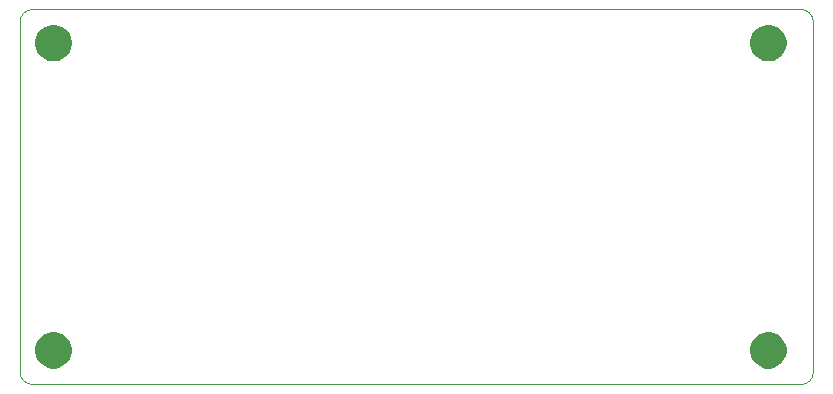
<source format=gbr>
G04*
G04 #@! TF.GenerationSoftware,Altium Limited,Altium Designer,22.4.2 (48)*
G04*
G04 Layer_Color=0*
%FSLAX25Y25*%
%MOIN*%
G70*
G04*
G04 #@! TF.SameCoordinates,B69760C6-9901-4916-8BAC-4CFDAA04743E*
G04*
G04*
G04 #@! TF.FilePolarity,Positive*
G04*
G01*
G75*
%ADD61C,0.00100*%
G36*
X243311Y113764D02*
Y113163D01*
X243546Y111984D01*
X244005Y110873D01*
X244673Y109874D01*
X245523Y109024D01*
X246523Y108356D01*
X247633Y107896D01*
X248812Y107661D01*
X249413D01*
X250014D01*
X251193Y107896D01*
X252304Y108356D01*
X253303Y109024D01*
X254153Y109874D01*
X254821Y110873D01*
X255281Y111984D01*
X255516Y113163D01*
Y113764D01*
Y114365D01*
X255281Y115544D01*
X254821Y116654D01*
X254153Y117654D01*
X253303Y118504D01*
X252304Y119172D01*
X251193Y119632D01*
X250014Y119866D01*
X249413D01*
X248812D01*
X247633Y119632D01*
X246523Y119172D01*
X245523Y118504D01*
X244673Y117654D01*
X244005Y116654D01*
X243546Y115544D01*
X243311Y114365D01*
Y113764D01*
D01*
D02*
G37*
G36*
Y11402D02*
Y10801D01*
X243546Y9622D01*
X244005Y8511D01*
X244673Y7512D01*
X245523Y6662D01*
X246523Y5994D01*
X247633Y5534D01*
X248812Y5299D01*
X249413D01*
X250014D01*
X251193Y5534D01*
X252304Y5994D01*
X253303Y6662D01*
X254153Y7512D01*
X254821Y8511D01*
X255281Y9622D01*
X255516Y10801D01*
Y11402D01*
Y12003D01*
X255281Y13182D01*
X254821Y14292D01*
X254153Y15292D01*
X253303Y16142D01*
X252304Y16809D01*
X251193Y17269D01*
X250014Y17504D01*
X249413D01*
X248812D01*
X247633Y17269D01*
X246523Y16809D01*
X245523Y16142D01*
X244673Y15292D01*
X244005Y14292D01*
X243546Y13182D01*
X243311Y12003D01*
Y11402D01*
D01*
D02*
G37*
G36*
X5122D02*
Y10801D01*
X5357Y9622D01*
X5817Y8511D01*
X6484Y7512D01*
X7334Y6662D01*
X8334Y5994D01*
X9444Y5534D01*
X10623Y5299D01*
X11224D01*
X11825D01*
X13004Y5534D01*
X14115Y5994D01*
X15114Y6662D01*
X15964Y7512D01*
X16632Y8511D01*
X17092Y9622D01*
X17327Y10801D01*
Y11402D01*
Y12003D01*
X17092Y13182D01*
X16632Y14292D01*
X15964Y15292D01*
X15114Y16142D01*
X14115Y16809D01*
X13004Y17269D01*
X11825Y17504D01*
X11224D01*
X10623D01*
X9444Y17269D01*
X8334Y16809D01*
X7334Y16142D01*
X6484Y15292D01*
X5817Y14292D01*
X5357Y13182D01*
X5122Y12003D01*
Y11402D01*
D01*
D02*
G37*
G36*
X11224Y107661D02*
X10623D01*
X9444Y107896D01*
X8334Y108356D01*
X7334Y109024D01*
X6484Y109874D01*
X5817Y110873D01*
X5357Y111984D01*
X5122Y113163D01*
Y113764D01*
Y114365D01*
X5357Y115544D01*
X5817Y116654D01*
X6484Y117654D01*
X7334Y118504D01*
X8334Y119172D01*
X9444Y119632D01*
X10623Y119866D01*
X11224D01*
X11825D01*
X13004Y119632D01*
X14115Y119172D01*
X15114Y118504D01*
X15964Y117654D01*
X16632Y116654D01*
X17092Y115544D01*
X17327Y114365D01*
Y113764D01*
Y113163D01*
X17092Y111984D01*
X16632Y110873D01*
X15964Y109874D01*
X15114Y109024D01*
X14115Y108356D01*
X13004Y107896D01*
X11825Y107661D01*
X11224D01*
D01*
D02*
G37*
D61*
X0Y4114D02*
G03*
X4114Y0I4114J0D01*
G01*
X260445Y-16D01*
D02*
G03*
X264453Y3996I-4J4012D01*
G01*
X264465Y120748D01*
D02*
G03*
X260213Y124996I-4252J-4D01*
G01*
X4205Y124988D01*
D02*
G03*
X-8Y120772I4J-4216D01*
G01*
X0Y4114D01*
M02*

</source>
